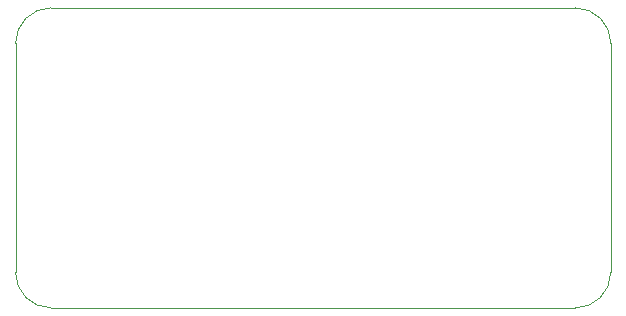
<source format=gbr>
G04 #@! TF.GenerationSoftware,KiCad,Pcbnew,7.0.9*
G04 #@! TF.CreationDate,2024-08-08T15:01:33+09:00*
G04 #@! TF.ProjectId,XT30bus,58543330-6275-4732-9e6b-696361645f70,rev?*
G04 #@! TF.SameCoordinates,Original*
G04 #@! TF.FileFunction,Profile,NP*
%FSLAX46Y46*%
G04 Gerber Fmt 4.6, Leading zero omitted, Abs format (unit mm)*
G04 Created by KiCad (PCBNEW 7.0.9) date 2024-08-08 15:01:33*
%MOMM*%
%LPD*%
G01*
G04 APERTURE LIST*
G04 #@! TA.AperFunction,Profile*
%ADD10C,0.100000*%
G04 #@! TD*
G04 APERTURE END LIST*
D10*
X130000000Y-96800000D02*
X174400000Y-96800000D01*
X127000000Y-119200000D02*
X127000000Y-99800000D01*
X174400000Y-122200000D02*
X130000000Y-122200000D01*
X177400000Y-99800000D02*
X177400000Y-119200000D01*
X130000000Y-96800000D02*
G75*
G03*
X127000000Y-99800000I0J-3000000D01*
G01*
X177400000Y-99800000D02*
G75*
G03*
X174400000Y-96800000I-3000000J0D01*
G01*
X174400000Y-122200000D02*
G75*
G03*
X177400000Y-119200000I0J3000000D01*
G01*
X127000000Y-119200000D02*
G75*
G03*
X130000000Y-122200000I3000000J0D01*
G01*
M02*

</source>
